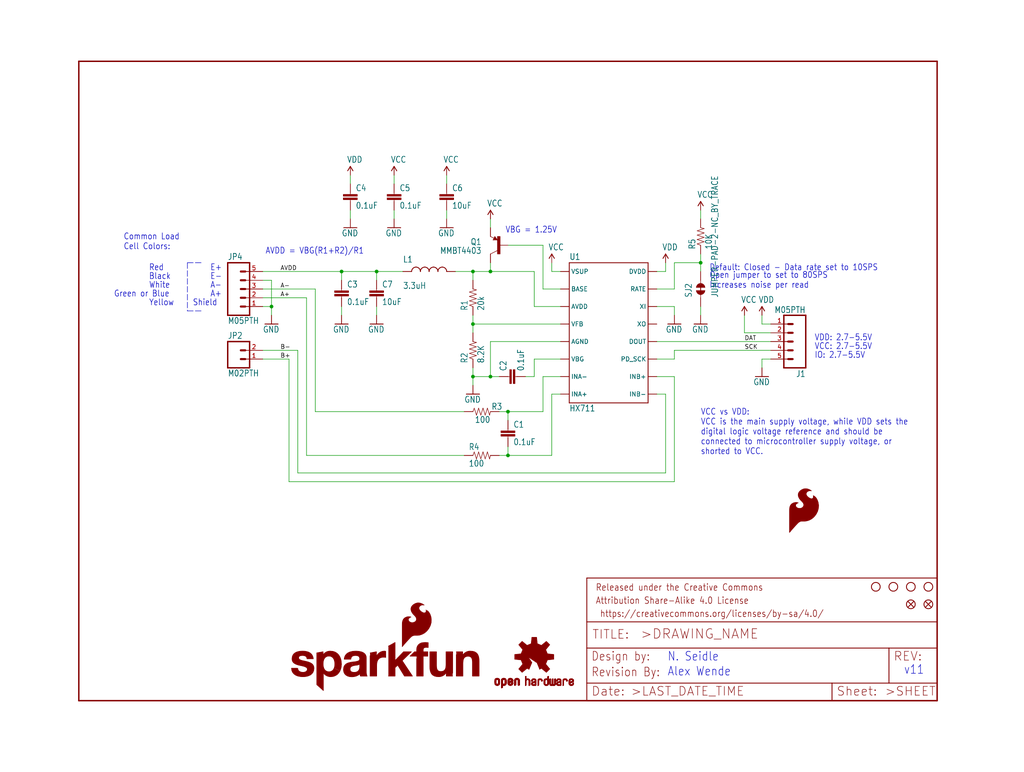
<source format=kicad_sch>
(kicad_sch (version 20211123) (generator eeschema)
  (paper "User" 297.002 223.926)
  (lib_symbols
    (symbol "SparkFun_HX711_Load_Cell-eagle-import:0.1UF-25V-5%(0603)"
      (property "Reference" "C" (at 1.524 2.921 0))
      (property "Value" "0.1UF-25V-5%(0603)" (at 1.524 -2.159 0))
      (symbol "0.1UF-25V-5%(0603)_1_0"
        (pin passive line (at 0 5.08 270) (length 2.54) (name "1") (number "1"))
        (pin passive line (at 0 -2.54 90) (length 2.54) (name "2") (number "2"))
      )
    )
    (symbol "SparkFun_HX711_Load_Cell-eagle-import:100OHM-1{slash}10W-1%(0603)"
      (property "Reference" "R" (at -3.81 1.4986 0))
      (property "Value" "100OHM-1{slash}10W-1%(0603)" (at -3.81 -3.302 0))
      (symbol "100OHM-1{slash}10W-1%(0603)_1_0"
        (pin passive line (at -5.08 0 0) (length 2.54) (name "1") (number "1"))
        (pin passive line (at 5.08 0 180) (length 2.54) (name "2") (number "2"))
      )
    )
    (symbol "SparkFun_HX711_Load_Cell-eagle-import:10KOHM-1{slash}10W-1%(0603)0603"
      (property "Reference" "R" (at -3.81 1.4986 0))
      (property "Value" "10KOHM-1{slash}10W-1%(0603)0603" (at -3.81 -3.302 0))
      (symbol "10KOHM-1{slash}10W-1%(0603)0603_1_0"
        (pin passive line (at -5.08 0 0) (length 2.54) (name "1") (number "1"))
        (pin passive line (at 5.08 0 180) (length 2.54) (name "2") (number "2"))
      )
    )
    (symbol "SparkFun_HX711_Load_Cell-eagle-import:10UF50V20%(1210)"
      (property "Reference" "C" (at 1.524 2.921 0))
      (property "Value" "10UF50V20%(1210)" (at 1.524 -2.159 0))
      (symbol "10UF50V20%(1210)_1_0"
        (pin passive line (at 0 5.08 270) (length 2.54) (name "1") (number "1"))
        (pin passive line (at 0 -2.54 90) (length 2.54) (name "2") (number "2"))
      )
    )
    (symbol "SparkFun_HX711_Load_Cell-eagle-import:20KOHM1{slash}10W1%(0603)"
      (property "Reference" "R" (at -3.81 1.4986 0))
      (property "Value" "20KOHM1{slash}10W1%(0603)" (at -3.81 -3.302 0))
      (symbol "20KOHM1{slash}10W1%(0603)_1_0"
        (pin passive line (at -5.08 0 0) (length 2.54) (name "1") (number "1"))
        (pin passive line (at 5.08 0 180) (length 2.54) (name "2") (number "2"))
      )
    )
    (symbol "SparkFun_HX711_Load_Cell-eagle-import:8.2KOHM-1{slash}10W-5%(0603)"
      (property "Reference" "R" (at -3.81 1.4986 0))
      (property "Value" "8.2KOHM-1{slash}10W-5%(0603)" (at -3.81 -3.302 0))
      (symbol "8.2KOHM-1{slash}10W-5%(0603)_1_0"
        (pin passive line (at -5.08 0 0) (length 2.54) (name "1") (number "1"))
        (pin passive line (at 5.08 0 180) (length 2.54) (name "2") (number "2"))
      )
    )
    (symbol "SparkFun_HX711_Load_Cell-eagle-import:FIDUCIAL1X2")
    (symbol "SparkFun_HX711_Load_Cell-eagle-import:FRAME-LETTER"
      (symbol "FRAME-LETTER_2_0"
        (text " https://creativecommons.org/licenses/by-sa/4.0/" (at 2.54 24.13 0) (effects (font (size 1.9304 1.6408)) (justify left bottom)))
        (text ">DRAWING_NAME" (at 15.494 17.78 0) (effects (font (size 2.7432 2.7432)) (justify left bottom)))
        (text ">LAST_DATE_TIME" (at 12.7 1.27 0) (effects (font (size 2.54 2.54)) (justify left bottom)))
        (text ">SHEET" (at 86.36 1.27 0) (effects (font (size 2.54 2.54)) (justify left bottom)))
        (text "Attribution Share-Alike 4.0 License" (at 2.54 27.94 0) (effects (font (size 1.9304 1.6408)) (justify left bottom)))
        (text "Date:" (at 1.27 1.27 0) (effects (font (size 2.54 2.54)) (justify left bottom)))
        (text "Design by:" (at 1.27 11.43 0) (effects (font (size 2.54 2.159)) (justify left bottom)))
        (text "Released under the Creative Commons" (at 2.54 31.75 0) (effects (font (size 1.9304 1.6408)) (justify left bottom)))
        (text "REV:" (at 88.9 11.43 0) (effects (font (size 2.54 2.54)) (justify left bottom)))
        (text "Sheet:" (at 72.39 1.27 0) (effects (font (size 2.54 2.54)) (justify left bottom)))
        (text "TITLE:" (at 1.524 17.78 0) (effects (font (size 2.54 2.54)) (justify left bottom)))
      )
    )
    (symbol "SparkFun_HX711_Load_Cell-eagle-import:GND" (power)
      (property "Value" "GND" (at -2.54 -2.54 0))
      (symbol "GND_1_0"
        (pin power_in line (at 0 2.54 270) (length 2.54) (name "GND") (number "1"))
      )
    )
    (symbol "SparkFun_HX711_Load_Cell-eagle-import:HX711HX711"
      (property "Reference" "U" (at -12.7 21.082 0))
      (property "Value" "HX711HX711" (at -12.7 -22.86 0))
      (symbol "HX711HX711_1_0"
        (pin bidirectional line (at -15.24 17.78 0) (length 2.54) (name "VSUP") (number "1"))
        (pin bidirectional line (at 12.7 -12.7 180) (length 2.54) (name "INB+") (number "10"))
        (pin bidirectional line (at 12.7 -7.62 180) (length 2.54) (name "PD_SCK") (number "11"))
        (pin bidirectional line (at 12.7 -2.54 180) (length 2.54) (name "DOUT") (number "12"))
        (pin bidirectional line (at 12.7 2.54 180) (length 2.54) (name "XO") (number "13"))
        (pin bidirectional line (at 12.7 7.62 180) (length 2.54) (name "XI") (number "14"))
        (pin bidirectional line (at 12.7 12.7 180) (length 2.54) (name "RATE") (number "15"))
        (pin bidirectional line (at 12.7 17.78 180) (length 2.54) (name "DVDD") (number "16"))
        (pin bidirectional line (at -15.24 12.7 0) (length 2.54) (name "BASE") (number "2"))
        (pin bidirectional line (at -15.24 7.62 0) (length 2.54) (name "AVDD") (number "3"))
        (pin bidirectional line (at -15.24 2.54 0) (length 2.54) (name "VFB") (number "4"))
        (pin bidirectional line (at -15.24 -2.54 0) (length 2.54) (name "AGND") (number "5"))
        (pin bidirectional line (at -15.24 -7.62 0) (length 2.54) (name "VBG") (number "6"))
        (pin bidirectional line (at -15.24 -12.7 0) (length 2.54) (name "INA-") (number "7"))
        (pin bidirectional line (at -15.24 -17.78 0) (length 2.54) (name "INA+") (number "8"))
        (pin bidirectional line (at 12.7 -17.78 180) (length 2.54) (name "INB-") (number "9"))
      )
    )
    (symbol "SparkFun_HX711_Load_Cell-eagle-import:INDUCTOR0805-IND"
      (property "Reference" "L" (at 2.54 5.08 0))
      (property "Value" "INDUCTOR0805-IND" (at 2.54 -5.08 0))
      (symbol "INDUCTOR0805-IND_1_0"
        (pin passive line (at 0 7.62 270) (length 2.54) (name "1") (number "1"))
        (pin passive line (at 0 -7.62 90) (length 2.54) (name "2") (number "2"))
      )
    )
    (symbol "SparkFun_HX711_Load_Cell-eagle-import:JUMPER-PAD-2-NC_BY_TRACE"
      (property "Reference" "JP" (at -2.54 2.54 0))
      (property "Value" "JUMPER-PAD-2-NC_BY_TRACE" (at -2.54 -5.08 0))
      (symbol "JUMPER-PAD-2-NC_BY_TRACE_1_0"
        (pin passive line (at -5.08 0 0) (length 2.54) (name "1") (number "1"))
        (pin passive line (at 5.08 0 180) (length 2.54) (name "2") (number "2"))
      )
    )
    (symbol "SparkFun_HX711_Load_Cell-eagle-import:M02PTH"
      (property "Reference" "J" (at -2.54 5.842 0))
      (property "Value" "M02PTH" (at -2.54 -5.08 0))
      (symbol "M02PTH_1_0"
        (pin passive line (at 7.62 0 180) (length 5.08) (name "1") (number "1"))
        (pin passive line (at 7.62 2.54 180) (length 5.08) (name "2") (number "2"))
      )
    )
    (symbol "SparkFun_HX711_Load_Cell-eagle-import:M05PTH"
      (property "Reference" "J" (at -2.54 8.382 0))
      (property "Value" "M05PTH" (at -2.54 -10.16 0))
      (symbol "M05PTH_1_0"
        (pin passive line (at 7.62 -5.08 180) (length 5.08) (name "1") (number "1"))
        (pin passive line (at 7.62 -2.54 180) (length 5.08) (name "2") (number "2"))
        (pin passive line (at 7.62 0 180) (length 5.08) (name "3") (number "3"))
        (pin passive line (at 7.62 2.54 180) (length 5.08) (name "4") (number "4"))
        (pin passive line (at 7.62 5.08 180) (length 5.08) (name "5") (number "5"))
      )
    )
    (symbol "SparkFun_HX711_Load_Cell-eagle-import:OSHW-LOGOS")
    (symbol "SparkFun_HX711_Load_Cell-eagle-import:REVISION"
      (symbol "REVISION_1_0"
        (text "Revision By: " (at 0 0 0) (effects (font (size 2.54 2.159)) (justify left bottom)))
      )
    )
    (symbol "SparkFun_HX711_Load_Cell-eagle-import:SFE_LOGO_FLAME.1_INCH")
    (symbol "SparkFun_HX711_Load_Cell-eagle-import:SFE_LOGO_NAME_FLAME.1_INCH")
    (symbol "SparkFun_HX711_Load_Cell-eagle-import:STAND-OFF")
    (symbol "SparkFun_HX711_Load_Cell-eagle-import:TRANSISTOR_PNPMMBT4403"
      (property "Reference" "Q" (at 5.08 0 0))
      (property "Value" "TRANSISTOR_PNPMMBT4403" (at 5.08 -2.54 0))
      (symbol "TRANSISTOR_PNPMMBT4403_1_0"
        (pin passive line (at -2.54 0 0) (length 2.54) (name "B") (number "1"))
        (pin passive line (at 2.54 5.08 270) (length 2.54) (name "E") (number "2"))
        (pin passive line (at 2.54 -5.08 90) (length 2.54) (name "C") (number "3"))
      )
    )
    (symbol "SparkFun_HX711_Load_Cell-eagle-import:VCC" (power)
      (property "Value" "VCC" (at -1.016 3.556 0))
      (symbol "VCC_1_0"
        (pin power_in line (at 0 0 90) (length 2.54) (name "VCC") (number "1"))
      )
    )
    (symbol "SparkFun_HX711_Load_Cell-eagle-import:VDD" (power)
      (property "Value" "VDD" (at -1.016 3.556 0))
      (symbol "VDD_1_0"
        (pin power_in line (at 0 0 90) (length 2.54) (name "VDD") (number "1"))
      )
    )
  )
  (junction (at 137.16 109.22))
  (junction (at 142.24 78.74))
  (junction (at 99.06 78.74))
  (junction (at 142.24 109.22))
  (junction (at 203.2 76.2))
  (junction (at 78.74 88.9))
  (junction (at 109.22 78.74))
  (junction (at 147.32 119.38))
  (junction (at 137.16 93.98))
  (junction (at 137.16 78.74))
  (junction (at 147.32 132.08))
  (wire (pts (xy 142.24 78.74) (xy 137.16 78.74)))
  (wire (pts (xy 134.62 132.08) (xy 88.9 132.08)))
  (wire (pts (xy 195.58 88.9) (xy 195.58 91.44)))
  (wire (pts (xy 190.5 114.3) (xy 193.04 114.3)))
  (wire (pts (xy 76.2 81.28) (xy 78.74 81.28)))
  (wire (pts (xy 223.52 96.52) (xy 215.9 96.52)))
  (wire (pts (xy 101.6 63.5) (xy 101.6 60.96)))
  (wire (pts (xy 203.2 76.2) (xy 195.58 76.2)))
  (wire (pts (xy 144.78 109.22) (xy 142.24 109.22)))
  (polyline (pts (xy 54.356 76.2) (xy 54.356 90.17)))
  (wire (pts (xy 190.5 109.22) (xy 195.58 109.22)))
  (wire (pts (xy 99.06 78.74) (xy 76.2 78.74)))
  (wire (pts (xy 154.94 78.74) (xy 142.24 78.74)))
  (wire (pts (xy 137.16 93.98) (xy 137.16 91.44)))
  (wire (pts (xy 220.98 104.14) (xy 220.98 106.68)))
  (wire (pts (xy 162.56 83.82) (xy 157.48 83.82)))
  (wire (pts (xy 162.56 114.3) (xy 160.02 114.3)))
  (wire (pts (xy 193.04 114.3) (xy 193.04 137.16)))
  (wire (pts (xy 78.74 81.28) (xy 78.74 88.9)))
  (wire (pts (xy 203.2 73.66) (xy 203.2 76.2)))
  (wire (pts (xy 195.58 101.6) (xy 223.52 101.6)))
  (wire (pts (xy 193.04 137.16) (xy 86.36 137.16)))
  (wire (pts (xy 193.04 78.74) (xy 193.04 76.2)))
  (wire (pts (xy 99.06 81.28) (xy 99.06 78.74)))
  (wire (pts (xy 88.9 86.36) (xy 76.2 86.36)))
  (wire (pts (xy 147.32 121.92) (xy 147.32 119.38)))
  (wire (pts (xy 195.58 76.2) (xy 195.58 83.82)))
  (wire (pts (xy 83.82 104.14) (xy 76.2 104.14)))
  (wire (pts (xy 137.16 111.76) (xy 137.16 109.22)))
  (wire (pts (xy 223.52 104.14) (xy 220.98 104.14)))
  (wire (pts (xy 157.48 109.22) (xy 157.48 119.38)))
  (wire (pts (xy 215.9 96.52) (xy 215.9 91.44)))
  (wire (pts (xy 162.56 99.06) (xy 142.24 99.06)))
  (wire (pts (xy 76.2 88.9) (xy 78.74 88.9)))
  (wire (pts (xy 190.5 83.82) (xy 195.58 83.82)))
  (wire (pts (xy 109.22 78.74) (xy 116.84 78.74)))
  (wire (pts (xy 147.32 129.54) (xy 147.32 132.08)))
  (wire (pts (xy 162.56 104.14) (xy 154.94 104.14)))
  (wire (pts (xy 99.06 88.9) (xy 99.06 91.44)))
  (wire (pts (xy 190.5 99.06) (xy 223.52 99.06)))
  (wire (pts (xy 154.94 104.14) (xy 154.94 109.22)))
  (wire (pts (xy 86.36 137.16) (xy 86.36 101.6)))
  (wire (pts (xy 142.24 99.06) (xy 142.24 109.22)))
  (wire (pts (xy 190.5 88.9) (xy 195.58 88.9)))
  (wire (pts (xy 88.9 132.08) (xy 88.9 86.36)))
  (wire (pts (xy 137.16 106.68) (xy 137.16 109.22)))
  (wire (pts (xy 129.54 53.34) (xy 129.54 50.8)))
  (wire (pts (xy 137.16 81.28) (xy 137.16 78.74)))
  (wire (pts (xy 220.98 93.98) (xy 223.52 93.98)))
  (wire (pts (xy 134.62 119.38) (xy 91.44 119.38)))
  (wire (pts (xy 160.02 76.2) (xy 160.02 78.74)))
  (wire (pts (xy 160.02 114.3) (xy 160.02 132.08)))
  (wire (pts (xy 162.56 88.9) (xy 154.94 88.9)))
  (wire (pts (xy 147.32 132.08) (xy 144.78 132.08)))
  (wire (pts (xy 142.24 109.22) (xy 137.16 109.22)))
  (wire (pts (xy 160.02 78.74) (xy 162.56 78.74)))
  (wire (pts (xy 101.6 50.8) (xy 101.6 53.34)))
  (wire (pts (xy 157.48 119.38) (xy 147.32 119.38)))
  (wire (pts (xy 78.74 88.9) (xy 78.74 91.44)))
  (wire (pts (xy 83.82 139.7) (xy 83.82 104.14)))
  (wire (pts (xy 147.32 71.12) (xy 157.48 71.12)))
  (wire (pts (xy 195.58 104.14) (xy 195.58 101.6)))
  (wire (pts (xy 137.16 96.52) (xy 137.16 93.98)))
  (wire (pts (xy 147.32 119.38) (xy 144.78 119.38)))
  (wire (pts (xy 91.44 83.82) (xy 76.2 83.82)))
  (polyline (pts (xy 54.356 90.17) (xy 58.42 90.17)))
  (polyline (pts (xy 54.356 76.2) (xy 58.42 76.2)))
  (wire (pts (xy 220.98 91.44) (xy 220.98 93.98)))
  (wire (pts (xy 203.2 76.2) (xy 203.2 78.74)))
  (wire (pts (xy 195.58 109.22) (xy 195.58 139.7)))
  (wire (pts (xy 190.5 78.74) (xy 193.04 78.74)))
  (wire (pts (xy 195.58 139.7) (xy 83.82 139.7)))
  (wire (pts (xy 114.3 63.5) (xy 114.3 60.96)))
  (wire (pts (xy 157.48 71.12) (xy 157.48 83.82)))
  (wire (pts (xy 154.94 109.22) (xy 152.4 109.22)))
  (wire (pts (xy 203.2 63.5) (xy 203.2 60.96)))
  (wire (pts (xy 142.24 76.2) (xy 142.24 78.74)))
  (wire (pts (xy 114.3 50.8) (xy 114.3 53.34)))
  (wire (pts (xy 109.22 78.74) (xy 109.22 81.28)))
  (wire (pts (xy 162.56 109.22) (xy 157.48 109.22)))
  (wire (pts (xy 86.36 101.6) (xy 76.2 101.6)))
  (wire (pts (xy 190.5 104.14) (xy 195.58 104.14)))
  (wire (pts (xy 160.02 132.08) (xy 147.32 132.08)))
  (wire (pts (xy 129.54 60.96) (xy 129.54 63.5)))
  (wire (pts (xy 91.44 119.38) (xy 91.44 83.82)))
  (wire (pts (xy 132.08 78.74) (xy 137.16 78.74)))
  (wire (pts (xy 203.2 88.9) (xy 203.2 91.44)))
  (wire (pts (xy 109.22 78.74) (xy 99.06 78.74)))
  (wire (pts (xy 142.24 63.5) (xy 142.24 66.04)))
  (wire (pts (xy 162.56 93.98) (xy 137.16 93.98)))
  (wire (pts (xy 154.94 88.9) (xy 154.94 78.74)))
  (wire (pts (xy 109.22 91.44) (xy 109.22 88.9)))
  (text "Shield" (at 55.88 88.9 180) (effects (font (size 1.778 1.5113)) (justify left bottom)))
  (text "N. Seidle" (at 193.548 192.024 180) (effects (font (size 2.54 2.159)) (justify left bottom)))
  (text "E+" (at 60.96 78.74 180) (effects (font (size 1.778 1.5113)) (justify left bottom)))
  (text "White" (at 43.18 83.82 180) (effects (font (size 1.778 1.5113)) (justify left bottom)))
  (text "A-" (at 60.96 83.82 180) (effects (font (size 1.778 1.5113)) (justify left bottom)))
  (text "IO: 2.7-5.5V" (at 236.22 104.14 180) (effects (font (size 1.778 1.5113)) (justify left bottom)))
  (text "AVDD = VBG(R1+R2)/R1" (at 76.962 73.914 180) (effects (font (size 1.778 1.5113)) (justify left bottom)))
  (text "A+" (at 60.96 86.36 180) (effects (font (size 1.778 1.5113)) (justify left bottom)))
  (text "VBG = 1.25V" (at 146.558 67.818 180) (effects (font (size 1.778 1.5113)) (justify left bottom)))
  (text "v11" (at 262.128 195.834 180) (effects (font (size 2.54 2.159)) (justify left bottom)))
  (text "Yellow" (at 43.18 88.9 180) (effects (font (size 1.778 1.5113)) (justify left bottom)))
  (text "Common Load\nCell Colors:" (at 35.814 72.644 180) (effects (font (size 1.778 1.5113)) (justify left bottom)))
  (text "VDD: 2.7-5.5V" (at 236.22 99.06 180) (effects (font (size 1.778 1.5113)) (justify left bottom)))
  (text "Default: Closed - Data rate set to 10SPS" (at 205.74 78.74 180) (effects (font (size 1.778 1.5113)) (justify left bottom)))
  (text "Open jumper to set to 80SPS\nIncreases noise per read" (at 205.74 83.82 180) (effects (font (size 1.778 1.5113)) (justify left bottom)))
  (text "E-" (at 60.96 81.28 180) (effects (font (size 1.778 1.5113)) (justify left bottom)))
  (text "VCC vs VDD:\nVCC is the main supply voltage, while VDD sets the\ndigital logic voltage reference and should be\nconnected to microcontroller supply voltage, or\nshorted to VCC." (at 203.2 132.08 180) (effects (font (size 1.778 1.5113)) (justify left bottom)))
  (text "Green or Blue" (at 33.02 86.36 180) (effects (font (size 1.778 1.5113)) (justify left bottom)))
  (text "Black" (at 43.18 81.28 180) (effects (font (size 1.778 1.5113)) (justify left bottom)))
  (text "Alex Wende" (at 193.548 196.342 180) (effects (font (size 2.54 2.159)) (justify left bottom)))
  (text "Red" (at 43.18 78.74 180) (effects (font (size 1.778 1.5113)) (justify left bottom)))
  (text "VCC: 2.7-5.5V" (at 236.22 101.6 180) (effects (font (size 1.778 1.5113)) (justify left bottom)))
  (label "AVDD" (at 81.28 78.74 0) (effects (font (size 1.2446 1.2446))))
  (label "B+" (at 81.28 104.14 0) (effects (font (size 1.2446 1.2446))))
  (label "DAT" (at 215.9 99.06 0) (effects (font (size 1.2446 1.2446))))
  (label "A-" (at 81.28 83.82 0) (effects (font (size 1.2446 1.2446))))
  (label "SCK" (at 215.9 101.6 0) (effects (font (size 1.2446 1.2446))))
  (label "A+" (at 81.28 86.36 0) (effects (font (size 1.2446 1.2446))))
  (label "B-" (at 81.28 101.6 0) (effects (font (size 1.2446 1.2446))))
  (symbol (lib_id "SparkFun_HX711_Load_Cell-eagle-import:GND") (at 109.22 93.98 0) (unit 1)
    (property "Reference" "#GND5" (effects hide))
    (property "Value" "GND" (at 106.68 96.52 0) (effects (font (size 1.778 1.5113)) (justify left bottom)))
    (property "Footprint" "SparkFun_HX711_Load_Cell:" (effects hide))
  )
  (symbol (lib_id "SparkFun_HX711_Load_Cell-eagle-import:0.1UF-25V-5%(0603)") (at 114.3 58.42 0) (unit 1)
    (property "Reference" "C5" (at 115.824 55.499 0) (effects (font (size 1.778 1.5113)) (justify left bottom)))
    (property "Value" "0.1uF" (at 115.824 60.579 0) (effects (font (size 1.778 1.5113)) (justify left bottom)))
    (property "Footprint" "SparkFun_HX711_Load_Cell:0603-CAP" (effects hide))
  )
  (symbol (lib_id "SparkFun_HX711_Load_Cell-eagle-import:GND") (at 129.54 66.04 0) (unit 1)
    (property "Reference" "#GND3" (effects hide))
    (property "Value" "GND" (at 127 68.58 0) (effects (font (size 1.778 1.5113)) (justify left bottom)))
    (property "Footprint" "SparkFun_HX711_Load_Cell:" (effects hide))
  )
  (symbol (lib_id "SparkFun_HX711_Load_Cell-eagle-import:JUMPER-PAD-2-NC_BY_TRACE") (at 203.2 83.82 90) (unit 1)
    (property "Reference" "SJ2" (at 200.66 86.36 0) (effects (font (size 1.778 1.5113)) (justify left bottom)))
    (property "Value" "JUMPER-PAD-2-NC_BY_TRACE" (at 208.28 86.36 0) (effects (font (size 1.778 1.5113)) (justify left bottom)))
    (property "Footprint" "SparkFun_HX711_Load_Cell:PAD-JUMPER-2-NC_BY_TRACE_YES_SILK" (effects hide))
  )
  (symbol (lib_id "SparkFun_HX711_Load_Cell-eagle-import:FRAME-LETTER") (at 22.86 203.2 0) (unit 1)
    (property "Reference" "FRAME1" (effects hide))
    (property "Value" "FRAME-LETTER" (effects hide))
    (property "Footprint" "SparkFun_HX711_Load_Cell:CREATIVE_COMMONS" (effects hide))
  )
  (symbol (lib_id "SparkFun_HX711_Load_Cell-eagle-import:FRAME-LETTER") (at 170.18 203.2 0) (unit 2)
    (property "Reference" "FRAME1" (effects hide))
    (property "Value" "FRAME-LETTER" (effects hide))
    (property "Footprint" "SparkFun_HX711_Load_Cell:CREATIVE_COMMONS" (effects hide))
  )
  (symbol (lib_id "SparkFun_HX711_Load_Cell-eagle-import:STAND-OFF") (at 254 170.18 0) (unit 1)
    (property "Reference" "STANDOFF4" (effects hide))
    (property "Value" "STAND-OFF" (effects hide))
    (property "Footprint" "SparkFun_HX711_Load_Cell:STAND-OFF" (effects hide))
  )
  (symbol (lib_id "SparkFun_HX711_Load_Cell-eagle-import:GND") (at 220.98 109.22 0) (unit 1)
    (property "Reference" "#GND1" (effects hide))
    (property "Value" "GND" (at 218.44 111.76 0) (effects (font (size 1.778 1.5113)) (justify left bottom)))
    (property "Footprint" "SparkFun_HX711_Load_Cell:" (effects hide))
  )
  (symbol (lib_id "SparkFun_HX711_Load_Cell-eagle-import:STAND-OFF") (at 264.16 170.18 0) (unit 1)
    (property "Reference" "STANDOFF2" (effects hide))
    (property "Value" "STAND-OFF" (effects hide))
    (property "Footprint" "SparkFun_HX711_Load_Cell:STAND-OFF" (effects hide))
  )
  (symbol (lib_id "SparkFun_HX711_Load_Cell-eagle-import:M05PTH") (at 231.14 99.06 180) (unit 1)
    (property "Reference" "J1" (at 233.68 107.442 0) (effects (font (size 1.778 1.5113)) (justify left bottom)))
    (property "Value" "M05PTH" (at 233.68 88.9 0) (effects (font (size 1.778 1.5113)) (justify left bottom)))
    (property "Footprint" "SparkFun_HX711_Load_Cell:1X05" (effects hide))
  )
  (symbol (lib_id "SparkFun_HX711_Load_Cell-eagle-import:VDD") (at 101.6 50.8 0) (unit 1)
    (property "Reference" "#SUPPLY9" (effects hide))
    (property "Value" "VDD" (at 100.584 47.244 0) (effects (font (size 1.778 1.5113)) (justify left bottom)))
    (property "Footprint" "SparkFun_HX711_Load_Cell:" (effects hide))
  )
  (symbol (lib_id "SparkFun_HX711_Load_Cell-eagle-import:HX711HX711") (at 177.8 96.52 0) (unit 1)
    (property "Reference" "U1" (at 165.1 75.438 0) (effects (font (size 1.778 1.5113)) (justify left bottom)))
    (property "Value" "HX711" (at 165.1 119.38 0) (effects (font (size 1.778 1.5113)) (justify left bottom)))
    (property "Footprint" "SparkFun_HX711_Load_Cell:SO16" (effects hide))
  )
  (symbol (lib_id "SparkFun_HX711_Load_Cell-eagle-import:GND") (at 101.6 66.04 0) (unit 1)
    (property "Reference" "#GND10" (effects hide))
    (property "Value" "GND" (at 99.06 68.58 0) (effects (font (size 1.778 1.5113)) (justify left bottom)))
    (property "Footprint" "SparkFun_HX711_Load_Cell:" (effects hide))
  )
  (symbol (lib_id "SparkFun_HX711_Load_Cell-eagle-import:VDD") (at 220.98 91.44 0) (unit 1)
    (property "Reference" "#SUPPLY8" (effects hide))
    (property "Value" "VDD" (at 219.964 87.884 0) (effects (font (size 1.778 1.5113)) (justify left bottom)))
    (property "Footprint" "SparkFun_HX711_Load_Cell:" (effects hide))
  )
  (symbol (lib_id "SparkFun_HX711_Load_Cell-eagle-import:0.1UF-25V-5%(0603)") (at 99.06 86.36 0) (unit 1)
    (property "Reference" "C3" (at 100.584 83.439 0) (effects (font (size 1.778 1.5113)) (justify left bottom)))
    (property "Value" "0.1uF" (at 100.584 88.519 0) (effects (font (size 1.778 1.5113)) (justify left bottom)))
    (property "Footprint" "SparkFun_HX711_Load_Cell:0603-CAP" (effects hide))
  )
  (symbol (lib_id "SparkFun_HX711_Load_Cell-eagle-import:GND") (at 78.74 93.98 0) (unit 1)
    (property "Reference" "#GND4" (effects hide))
    (property "Value" "GND" (at 76.2 96.52 0) (effects (font (size 1.778 1.5113)) (justify left bottom)))
    (property "Footprint" "SparkFun_HX711_Load_Cell:" (effects hide))
  )
  (symbol (lib_id "SparkFun_HX711_Load_Cell-eagle-import:GND") (at 203.2 93.98 0) (unit 1)
    (property "Reference" "#GND7" (effects hide))
    (property "Value" "GND" (at 200.66 96.52 0) (effects (font (size 1.778 1.5113)) (justify left bottom)))
    (property "Footprint" "SparkFun_HX711_Load_Cell:" (effects hide))
  )
  (symbol (lib_id "SparkFun_HX711_Load_Cell-eagle-import:GND") (at 99.06 93.98 0) (unit 1)
    (property "Reference" "#GND6" (effects hide))
    (property "Value" "GND" (at 96.52 96.52 0) (effects (font (size 1.778 1.5113)) (justify left bottom)))
    (property "Footprint" "SparkFun_HX711_Load_Cell:" (effects hide))
  )
  (symbol (lib_id "SparkFun_HX711_Load_Cell-eagle-import:REVISION") (at 171.45 196.342 0) (unit 1)
    (property "Reference" "U$1" (effects hide))
    (property "Value" "REVISION" (effects hide))
    (property "Footprint" "SparkFun_HX711_Load_Cell:REVISION" (effects hide))
  )
  (symbol (lib_id "SparkFun_HX711_Load_Cell-eagle-import:GND") (at 137.16 114.3 0) (unit 1)
    (property "Reference" "#GND9" (effects hide))
    (property "Value" "GND" (at 134.62 116.84 0) (effects (font (size 1.778 1.5113)) (justify left bottom)))
    (property "Footprint" "SparkFun_HX711_Load_Cell:" (effects hide))
  )
  (symbol (lib_id "SparkFun_HX711_Load_Cell-eagle-import:10UF50V20%(1210)") (at 129.54 58.42 0) (unit 1)
    (property "Reference" "C6" (at 131.064 55.499 0) (effects (font (size 1.778 1.5113)) (justify left bottom)))
    (property "Value" "10uF" (at 131.064 60.579 0) (effects (font (size 1.778 1.5113)) (justify left bottom)))
    (property "Footprint" "SparkFun_HX711_Load_Cell:1210" (effects hide))
  )
  (symbol (lib_id "SparkFun_HX711_Load_Cell-eagle-import:VCC") (at 129.54 50.8 0) (unit 1)
    (property "Reference" "#SUPPLY2" (effects hide))
    (property "Value" "VCC" (at 128.524 47.244 0) (effects (font (size 1.778 1.5113)) (justify left bottom)))
    (property "Footprint" "SparkFun_HX711_Load_Cell:" (effects hide))
  )
  (symbol (lib_id "SparkFun_HX711_Load_Cell-eagle-import:VCC") (at 142.24 63.5 0) (unit 1)
    (property "Reference" "#SUPPLY1" (effects hide))
    (property "Value" "VCC" (at 141.224 59.944 0) (effects (font (size 1.778 1.5113)) (justify left bottom)))
    (property "Footprint" "SparkFun_HX711_Load_Cell:" (effects hide))
  )
  (symbol (lib_id "SparkFun_HX711_Load_Cell-eagle-import:10UF50V20%(1210)") (at 109.22 86.36 0) (unit 1)
    (property "Reference" "C7" (at 110.744 83.439 0) (effects (font (size 1.778 1.5113)) (justify left bottom)))
    (property "Value" "10uF" (at 110.744 88.519 0) (effects (font (size 1.778 1.5113)) (justify left bottom)))
    (property "Footprint" "SparkFun_HX711_Load_Cell:1210" (effects hide))
  )
  (symbol (lib_id "SparkFun_HX711_Load_Cell-eagle-import:VDD") (at 193.04 76.2 0) (unit 1)
    (property "Reference" "#SUPPLY4" (effects hide))
    (property "Value" "VDD" (at 192.024 72.644 0) (effects (font (size 1.778 1.5113)) (justify left bottom)))
    (property "Footprint" "SparkFun_HX711_Load_Cell:" (effects hide))
  )
  (symbol (lib_id "SparkFun_HX711_Load_Cell-eagle-import:SFE_LOGO_FLAME.1_INCH") (at 228.6 154.94 0) (unit 1)
    (property "Reference" "LOGO3" (effects hide))
    (property "Value" "SFE_LOGO_FLAME.1_INCH" (effects hide))
    (property "Footprint" "SparkFun_HX711_Load_Cell:SFE_LOGO_FLAME_.1" (effects hide))
  )
  (symbol (lib_id "SparkFun_HX711_Load_Cell-eagle-import:FIDUCIAL1X2") (at 269.24 175.26 0) (unit 1)
    (property "Reference" "FID1" (effects hide))
    (property "Value" "FIDUCIAL1X2" (effects hide))
    (property "Footprint" "SparkFun_HX711_Load_Cell:FIDUCIAL-1X2" (effects hide))
  )
  (symbol (lib_id "SparkFun_HX711_Load_Cell-eagle-import:STAND-OFF") (at 259.08 170.18 0) (unit 1)
    (property "Reference" "STANDOFF3" (effects hide))
    (property "Value" "STAND-OFF" (effects hide))
    (property "Footprint" "SparkFun_HX711_Load_Cell:STAND-OFF" (effects hide))
  )
  (symbol (lib_id "SparkFun_HX711_Load_Cell-eagle-import:0.1UF-25V-5%(0603)") (at 147.32 127 0) (unit 1)
    (property "Reference" "C1" (at 148.844 124.079 0) (effects (font (size 1.778 1.5113)) (justify left bottom)))
    (property "Value" "0.1uF" (at 148.844 129.159 0) (effects (font (size 1.778 1.5113)) (justify left bottom)))
    (property "Footprint" "SparkFun_HX711_Load_Cell:0603-CAP" (effects hide))
  )
  (symbol (lib_id "SparkFun_HX711_Load_Cell-eagle-import:SFE_LOGO_NAME_FLAME.1_INCH") (at 83.82 200.66 0) (unit 1)
    (property "Reference" "LOGO1" (effects hide))
    (property "Value" "SFE_LOGO_NAME_FLAME.1_INCH" (effects hide))
    (property "Footprint" "SparkFun_HX711_Load_Cell:SFE_LOGO_NAME_FLAME_.1" (effects hide))
  )
  (symbol (lib_id "SparkFun_HX711_Load_Cell-eagle-import:GND") (at 114.3 66.04 0) (unit 1)
    (property "Reference" "#GND8" (effects hide))
    (property "Value" "GND" (at 111.76 68.58 0) (effects (font (size 1.778 1.5113)) (justify left bottom)))
    (property "Footprint" "SparkFun_HX711_Load_Cell:" (effects hide))
  )
  (symbol (lib_id "SparkFun_HX711_Load_Cell-eagle-import:10KOHM-1{slash}10W-1%(0603)0603") (at 203.2 68.58 90) (unit 1)
    (property "Reference" "R5" (at 201.7014 72.39 0) (effects (font (size 1.778 1.5113)) (justify left bottom)))
    (property "Value" "10K" (at 206.502 72.39 0) (effects (font (size 1.778 1.5113)) (justify left bottom)))
    (property "Footprint" "SparkFun_HX711_Load_Cell:0603-RES" (effects hide))
  )
  (symbol (lib_id "SparkFun_HX711_Load_Cell-eagle-import:0.1UF-25V-5%(0603)") (at 149.86 109.22 90) (unit 1)
    (property "Reference" "C2" (at 146.939 107.696 0) (effects (font (size 1.778 1.5113)) (justify left bottom)))
    (property "Value" "0.1uF" (at 152.019 107.696 0) (effects (font (size 1.778 1.5113)) (justify left bottom)))
    (property "Footprint" "SparkFun_HX711_Load_Cell:0603-CAP" (effects hide))
  )
  (symbol (lib_id "SparkFun_HX711_Load_Cell-eagle-import:20KOHM1{slash}10W1%(0603)") (at 137.16 86.36 90) (unit 1)
    (property "Reference" "R1" (at 135.6614 90.17 0) (effects (font (size 1.778 1.5113)) (justify left bottom)))
    (property "Value" "20k" (at 140.462 90.17 0) (effects (font (size 1.778 1.5113)) (justify left bottom)))
    (property "Footprint" "SparkFun_HX711_Load_Cell:0603-RES" (effects hide))
  )
  (symbol (lib_id "SparkFun_HX711_Load_Cell-eagle-import:GND") (at 195.58 93.98 0) (unit 1)
    (property "Reference" "#GND2" (effects hide))
    (property "Value" "GND" (at 193.04 96.52 0) (effects (font (size 1.778 1.5113)) (justify left bottom)))
    (property "Footprint" "SparkFun_HX711_Load_Cell:" (effects hide))
  )
  (symbol (lib_id "SparkFun_HX711_Load_Cell-eagle-import:100OHM-1{slash}10W-1%(0603)") (at 139.7 119.38 0) (unit 1)
    (property "Reference" "R3" (at 142.494 118.872 0) (effects (font (size 1.778 1.5113)) (justify left bottom)))
    (property "Value" "100" (at 137.668 122.682 0) (effects (font (size 1.778 1.5113)) (justify left bottom)))
    (property "Footprint" "SparkFun_HX711_Load_Cell:0603-RES" (effects hide))
  )
  (symbol (lib_id "SparkFun_HX711_Load_Cell-eagle-import:OSHW-LOGOS") (at 154.94 190.5 0) (unit 1)
    (property "Reference" "U7" (effects hide))
    (property "Value" "OSHW-LOGOS" (effects hide))
    (property "Footprint" "SparkFun_HX711_Load_Cell:OSHW-LOGO-S" (effects hide))
  )
  (symbol (lib_id "SparkFun_HX711_Load_Cell-eagle-import:VCC") (at 160.02 76.2 0) (unit 1)
    (property "Reference" "#SUPPLY3" (effects hide))
    (property "Value" "VCC" (at 159.004 72.644 0) (effects (font (size 1.778 1.5113)) (justify left bottom)))
    (property "Footprint" "SparkFun_HX711_Load_Cell:" (effects hide))
  )
  (symbol (lib_id "SparkFun_HX711_Load_Cell-eagle-import:STAND-OFF") (at 269.24 170.18 0) (unit 1)
    (property "Reference" "STANDOFF1" (effects hide))
    (property "Value" "STAND-OFF" (effects hide))
    (property "Footprint" "SparkFun_HX711_Load_Cell:STAND-OFF" (effects hide))
  )
  (symbol (lib_id "SparkFun_HX711_Load_Cell-eagle-import:FIDUCIAL1X2") (at 264.16 175.26 0) (unit 1)
    (property "Reference" "FID2" (effects hide))
    (property "Value" "FIDUCIAL1X2" (effects hide))
    (property "Footprint" "SparkFun_HX711_Load_Cell:FIDUCIAL-1X2" (effects hide))
  )
  (symbol (lib_id "SparkFun_HX711_Load_Cell-eagle-import:M05PTH") (at 68.58 83.82 0) (unit 1)
    (property "Reference" "JP4" (at 66.04 75.438 0) (effects (font (size 1.778 1.5113)) (justify left bottom)))
    (property "Value" "M05PTH" (at 66.04 93.98 0) (effects (font (size 1.778 1.5113)) (justify left bottom)))
    (property "Footprint" "SparkFun_HX711_Load_Cell:1X05" (effects hide))
  )
  (symbol (lib_id "SparkFun_HX711_Load_Cell-eagle-import:VCC") (at 215.9 91.44 0) (unit 1)
    (property "Reference" "#SUPPLY5" (effects hide))
    (property "Value" "VCC" (at 214.884 87.884 0) (effects (font (size 1.778 1.5113)) (justify left bottom)))
    (property "Footprint" "SparkFun_HX711_Load_Cell:" (effects hide))
  )
  (symbol (lib_id "SparkFun_HX711_Load_Cell-eagle-import:TRANSISTOR_PNPMMBT4403") (at 144.78 71.12 0) (mirror y) (unit 1)
    (property "Reference" "Q1" (at 139.7 71.12 0) (effects (font (size 1.778 1.5113)) (justify left bottom)))
    (property "Value" "MMBT4403" (at 139.7 73.66 0) (effects (font (size 1.778 1.5113)) (justify left bottom)))
    (property "Footprint" "SparkFun_HX711_Load_Cell:SOT23-3" (effects hide))
  )
  (symbol (lib_id "SparkFun_HX711_Load_Cell-eagle-import:VCC") (at 203.2 60.96 0) (unit 1)
    (property "Reference" "#SUPPLY6" (effects hide))
    (property "Value" "VCC" (at 202.184 57.404 0) (effects (font (size 1.778 1.5113)) (justify left bottom)))
    (property "Footprint" "SparkFun_HX711_Load_Cell:" (effects hide))
  )
  (symbol (lib_id "SparkFun_HX711_Load_Cell-eagle-import:100OHM-1{slash}10W-1%(0603)") (at 139.7 132.08 0) (unit 1)
    (property "Reference" "R4" (at 135.89 130.5814 0) (effects (font (size 1.778 1.5113)) (justify left bottom)))
    (property "Value" "100" (at 135.89 135.382 0) (effects (font (size 1.778 1.5113)) (justify left bottom)))
    (property "Footprint" "SparkFun_HX711_Load_Cell:0603-RES" (effects hide))
  )
  (symbol (lib_id "SparkFun_HX711_Load_Cell-eagle-import:M02PTH") (at 68.58 104.14 0) (unit 1)
    (property "Reference" "JP2" (at 66.04 98.298 0) (effects (font (size 1.778 1.5113)) (justify left bottom)))
    (property "Value" "M02PTH" (at 66.04 109.22 0) (effects (font (size 1.778 1.5113)) (justify left bottom)))
    (property "Footprint" "SparkFun_HX711_Load_Cell:1X02" (effects hide))
  )
  (symbol (lib_id "SparkFun_HX711_Load_Cell-eagle-import:8.2KOHM-1{slash}10W-5%(0603)") (at 137.16 101.6 90) (unit 1)
    (property "Reference" "R2" (at 135.6614 105.41 0) (effects (font (size 1.778 1.5113)) (justify left bottom)))
    (property "Value" "8.2K" (at 140.462 105.41 0) (effects (font (size 1.778 1.5113)) (justify left bottom)))
    (property "Footprint" "SparkFun_HX711_Load_Cell:0603-RES" (effects hide))
  )
  (symbol (lib_id "SparkFun_HX711_Load_Cell-eagle-import:INDUCTOR0805-IND") (at 124.46 78.74 90) (unit 1)
    (property "Reference" "L1" (at 116.84 76.2 90) (effects (font (size 1.778 1.5113)) (justify right top)))
    (property "Value" "3.3uH" (at 116.84 83.82 90) (effects (font (size 1.778 1.5113)) (justify right top)))
    (property "Footprint" "SparkFun_HX711_Load_Cell:0805" (effects hide))
  )
  (symbol (lib_id "SparkFun_HX711_Load_Cell-eagle-import:VCC") (at 114.3 50.8 0) (unit 1)
    (property "Reference" "#SUPPLY7" (effects hide))
    (property "Value" "VCC" (at 113.284 47.244 0) (effects (font (size 1.778 1.5113)) (justify left bottom)))
    (property "Footprint" "SparkFun_HX711_Load_Cell:" (effects hide))
  )
  (symbol (lib_id "SparkFun_HX711_Load_Cell-eagle-import:0.1UF-25V-5%(0603)") (at 101.6 58.42 0) (unit 1)
    (property "Reference" "C4" (at 103.124 55.499 0) (effects (font (size 1.778 1.5113)) (justify left bottom)))
    (property "Value" "0.1uF" (at 103.124 60.579 0) (effects (font (size 1.778 1.5113)) (justify left bottom)))
    (property "Footprint" "SparkFun_HX711_Load_Cell:0603-CAP" (effects hide))
  )
)
</source>
